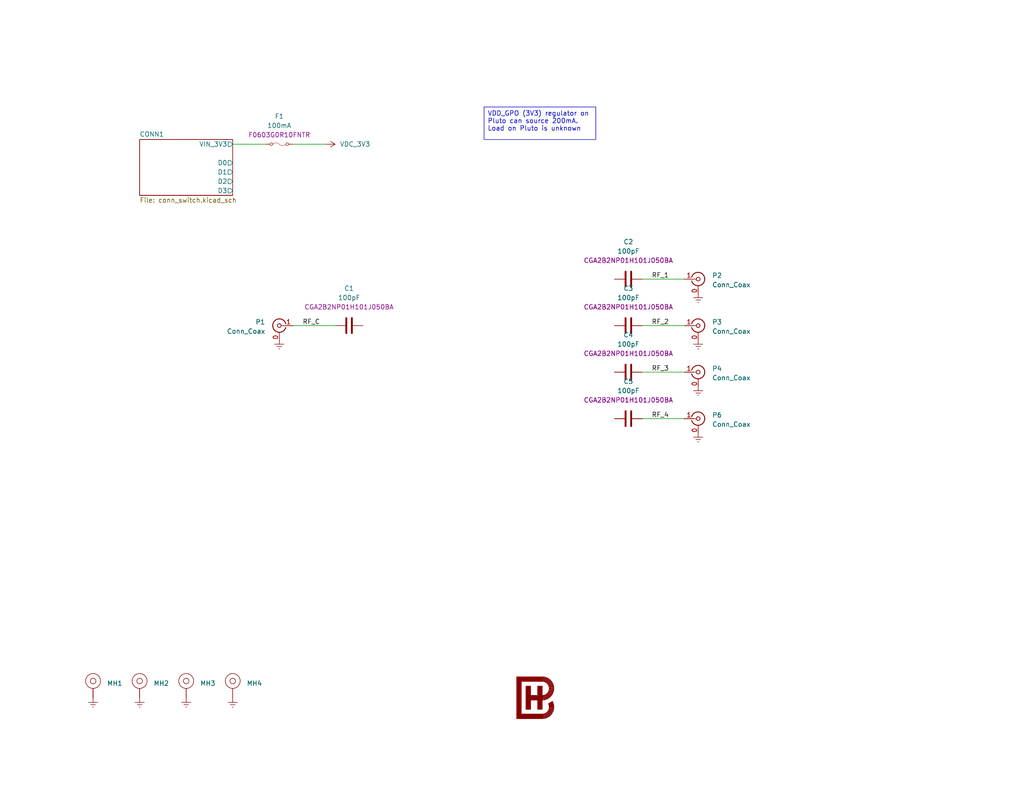
<source format=kicad_sch>
(kicad_sch (version 20231120) (generator "eeschema") (generator_version "8.0")
  (paper "A")
  (title_block (title "${PROJECT_NAME}") (date "2025-04-13") (rev "${PCB_REVISION}") (company "BRENDANHAINES.COM"))
  (lib_symbols
    (symbol "bh:C" (pin_numbers hide) (pin_names (offset 0.254))
      (property "Reference" "C" (at 0.635 2.54 0))
      (property "Value" "C" (at 0.635 -2.54 0))
      (symbol "C_0_1"
        (polyline (pts (xy -2.032 -0.762) (xy 2.032 -0.762)) (stroke (width 0.508)))
        (polyline (pts (xy -2.032 0.762) (xy 2.032 0.762)) (stroke (width 0.508)))
      )
      (symbol "C_1_1"
        (pin passive line (at 0 3.81 270) (length 2.794) (name "~") (number "1"))
        (pin passive line (at 0 -3.81 90) (length 2.794) (name "~") (number "2"))
      )
    )
    (symbol "bh:Conn_Coax" (pin_names hide) (exclude_from_sim yes)
      (property "Reference" "P" (at 0 3.81 0))
      (property "Value" "Conn_Coax" (at 0 3.81 0))
      (symbol "Conn_Coax_0_1"
        (arc (start -1.778 -0.508) (mid 0.2311 -1.8066) (end 1.778 0) (stroke (width 0.254)))
        (polyline (pts (xy -1.27 0) (xy -0.508 0)))
        (polyline (pts (xy 0 -2.54) (xy 0 -1.778)))
        (circle (center 0 0) (radius 0.508) (stroke (width 0.2032)))
        (arc (start 1.778 0) (mid 0.2233 1.8169) (end -1.778 0.508) (stroke (width 0.254)))
      )
      (symbol "Conn_Coax_1_1"
        (pin passive line (at 0 -3.81 90) (length 1.27) (name "Ext") (number "0"))
        (pin passive line (at -3.81 0 0) (length 2.54) (name "In") (number "1"))
      )
    )
    (symbol "bh:Fuse" (pin_numbers hide) (pin_names hide)
      (property "Reference" "F" (at 2.54 2.54 0))
      (property "Value" "Fuse" (at 3.81 0 0))
      (symbol "Fuse_0_1"
        (circle (center 0 -2.159) (radius 0.381) (stroke (width 0.127)))
        (arc (start 0 0) (mid -0.3683 -0.889) (end 0 -1.778) (stroke (width 0.0508)))
        (arc (start 0 0) (mid 0.3683 0.889) (end 0 1.778) (stroke (width 0.0508)))
        (circle (center 0 2.159) (radius 0.381) (stroke (width 0.127)))
      )
      (symbol "Fuse_1_1"
        (pin passive line (at 0 3.81 270) (length 1.27) (name "~") (number "1"))
        (pin passive line (at 0 -3.81 90) (length 1.27) (name "~") (number "2"))
      )
    )
    (symbol "bh:GND" (power) (pin_names (offset 0))
      (symbol "GND_0_1"
        (polyline (pts (xy -0.635 -1.905) (xy 0.635 -1.905)))
        (polyline (pts (xy -0.127 -2.54) (xy 0.127 -2.54)))
        (polyline (pts (xy 0 -1.27) (xy 0 0)))
        (polyline (pts (xy 1.27 -1.27) (xy -1.27 -1.27)))
      )
      (symbol "GND_1_1"
        (pin power_in line (at 0 0 90) (length 0) hide (name "GND") (number "1"))
      )
    )
    (symbol "bh:LOGO_BH" (in_bom no)
      (symbol "LOGO_BH_0_1"
        (rectangle (start -5.08 -4.445) (end 1.905 -5.715) (fill (type outline)))
        (rectangle (start -5.08 4.445) (end -3.81 -4.445) (fill (type outline)))
        (rectangle (start -5.08 5.715) (end 1.905 4.445) (fill (type outline)))
        (rectangle (start -2.54 3.175) (end -1.27 -3.175) (fill (type outline)))
        (rectangle (start -1.27 0.635) (end 0.635 -0.635) (fill (type outline)))
        (polyline (pts (xy 1.905 0.635) (xy 1.905 -0.635)))
        (polyline (pts (xy 3.7084 -1.8542) (xy 3.7084 -1.6002)))
        (polyline (pts (xy 4.6482 -0.9906) (xy 4.572 -1.1684)))
        (polyline (pts (xy 4.7244 -1.1176) (xy 4.4704 -1.1684)))
        (polyline (pts (xy 4.8006 -1.2446) (xy 4.2418 -1.2954)))
        (polyline (pts (xy 4.8514 -1.3716) (xy 4.064 -1.4224)))
        (polyline (pts (xy 4.953 -2.54) (xy 4.9022 -1.778)))
        (polyline (pts (xy 3.81 -2.54) (xy 3.81 -2.3622) (xy 3.7846 -2.2098) (xy 3.7338 -2.032) (xy 3.683 -1.8796) (xy 3.6322 -1.7272) (xy 3.5814 -1.6002) (xy 3.7338 -1.524) (xy 3.8862 -1.4478) (xy 4.1148 -1.3208) (xy 4.2926 -1.2192) (xy 4.4704 -1.0922) (xy 4.6482 -0.9652) (xy 4.7498 -1.143) (xy 4.8514 -1.3462) (xy 4.9276 -1.5748) (xy 4.9784 -1.778) (xy 5.0292 -1.9812) (xy 5.0546 -2.1844) (xy 5.08 -2.54)))
        (rectangle (start 0.635 3.175) (end 1.905 -3.175) (fill (type outline)))
        (arc (start 1.905 -5.715) (mid 4.1501 -4.7851) (end 5.08 -2.54))
        (arc (start 1.905 -5.588) (mid 4.0603 -4.6953) (end 4.953 -2.54))
        (arc (start 1.905 -5.461) (mid 3.9705 -4.6055) (end 4.826 -2.54))
        (arc (start 1.905 -5.334) (mid 3.8807 -4.5157) (end 4.699 -2.54))
        (arc (start 1.905 -5.207) (mid 3.7909 -4.4259) (end 4.572 -2.54))
        (arc (start 1.905 -5.08) (mid 3.7011 -4.3361) (end 4.445 -2.54))
        (arc (start 1.905 -4.953) (mid 3.6112 -4.2462) (end 4.318 -2.54))
        (arc (start 1.905 -4.826) (mid 3.5214 -4.1564) (end 4.191 -2.54))
        (arc (start 1.905 -4.699) (mid 3.4316 -4.0666) (end 4.064 -2.54))
        (arc (start 1.905 -4.572) (mid 3.3418 -3.9768) (end 3.937 -2.54))
        (arc (start 1.905 -4.445) (mid 3.252 -3.887) (end 3.81 -2.54))
        (arc (start 1.905 -0.635) (mid 4.1501 0.2949) (end 5.08 2.54))
        (arc (start 1.905 -0.508) (mid 4.0603 0.3847) (end 4.953 2.54))
        (arc (start 1.905 -0.381) (mid 3.9705 0.4745) (end 4.826 2.54))
        (arc (start 1.905 -0.254) (mid 3.8807 0.5643) (end 4.699 2.54))
        (arc (start 1.905 -0.127) (mid 3.7909 0.6541) (end 4.572 2.54))
        (arc (start 1.905 0) (mid 3.7011 0.7439) (end 4.445 2.54))
        (arc (start 1.905 0.127) (mid 3.6112 0.8338) (end 4.318 2.54))
        (arc (start 1.905 0.254) (mid 3.5214 0.9236) (end 4.191 2.54))
        (arc (start 1.905 0.381) (mid 3.4316 1.0134) (end 4.064 2.54))
        (arc (start 1.905 0.508) (mid 3.3418 1.1032) (end 3.937 2.54))
        (arc (start 1.905 0.635) (mid 3.252 1.193) (end 3.81 2.54))
        (rectangle (start 3.81 -1.524) (end 4.826 -2.54) (fill (type outline)))
        (arc (start 3.81 2.54) (mid 3.252 3.887) (end 1.905 4.445))
        (arc (start 3.937 2.54) (mid 3.3418 3.9768) (end 1.905 4.572))
        (arc (start 4.064 2.54) (mid 3.4316 4.0666) (end 1.905 4.699))
        (arc (start 4.191 2.54) (mid 3.5214 4.1564) (end 1.905 4.826))
        (arc (start 4.318 2.54) (mid 3.6112 4.2462) (end 1.905 4.953))
        (arc (start 4.445 2.54) (mid 3.7011 4.3361) (end 1.905 5.08))
        (arc (start 4.572 2.54) (mid 3.7909 4.4259) (end 1.905 5.207))
        (arc (start 4.699 2.54) (mid 3.8807 4.5157) (end 1.905 5.334))
        (arc (start 4.826 2.54) (mid 3.9705 4.6055) (end 1.905 5.461))
        (arc (start 4.953 2.54) (mid 4.0603 4.6953) (end 1.905 5.588))
        (arc (start 5.08 2.54) (mid 4.1501 4.7851) (end 1.905 5.715))
      )
    )
    (symbol "bh:Mounting_Hole" (pin_numbers hide) (pin_names (offset 0.762) hide)
      (property "Reference" "MH" (at 0 7.62 0))
      (symbol "Mounting_Hole_0_1"
        (circle (center 0 4.572) (radius 0.762))
        (circle (center 0 4.572) (radius 2.032))
      )
      (symbol "Mounting_Hole_1_1"
        (pin passive line (at 0 0 90) (length 2.54) (name "1") (number "1"))
      )
    )
    (symbol "bh:VDC_3V3" (power) (pin_names (offset 0))
      (property "Value" "VDC_3V3" (at 0 3.556 0))
      (symbol "VDC_3V3_0_1"
        (polyline (pts (xy -0.762 1.27) (xy 0 2.54)))
        (polyline (pts (xy 0 0) (xy 0 2.54)))
        (polyline (pts (xy 0 2.54) (xy 0.762 1.27)))
      )
      (symbol "VDC_3V3_1_1"
        (pin power_in line (at 0 0 90) (length 0) hide (name "VDC_3V3") (number "1"))
      )
    )
  )
  (wire (pts (xy 175.26 114.3) (xy 186.69 114.3)))
  (wire (pts (xy 175.26 76.2) (xy 186.69 76.2)))
  (wire (pts (xy 175.26 88.9) (xy 186.69 88.9)))
  (wire (pts (xy 91.44 88.9) (xy 80.01 88.9)))
  (wire (pts (xy 175.26 101.6) (xy 186.69 101.6)))
  (wire (pts (xy 80.01 39.37) (xy 88.9 39.37)))
  (wire (pts (xy 63.5 39.37) (xy 72.39 39.37)))
  (text_box "VDD_GPO (3V3) regulator on Pluto can source 200mA. Load on Pluto is unknown" (at 132.08 29.21 0) (size 30.48 8.89) (effects (font (size 1.27 1.27) (thickness 0.1588)) (justify left top)))
  (label "RF_4" (at 177.8 114.3 0))
  (label "RF_1" (at 177.8 76.2 0))
  (label "RF_C" (at 82.55 88.9 0))
  (label "RF_3" (at 177.8 101.6 0))
  (label "RF_2" (at 177.8 88.9 0))
  (symbol (lib_id "bh:C") (at 171.45 88.9 90) (unit 1)
    (property "Reference" "C3" (at 171.45 78.74 90))
    (property "Value" "100pF" (at 171.45 81.28 90))
    (property "Footprint" "common:C0402" (effects (hide yes)))
    (property "Description" "Capacitor" (effects (hide yes)))
    (property "Manufacturer" "TDK" (effects (hide yes)))
    (property "ManufacturerPartNumber" "CGA2B2NP01H101J050BA" (at 171.45 83.82 90))
    (property "FieldName" "Value" (effects (hide yes)))
    (property "Sim.Device" "C" (effects (hide yes)))
    (property "Sim.Pins" "1=+ 2=-" (effects (hide yes)))
  )
  (symbol (lib_id "bh:C") (at 171.45 101.6 90) (unit 1)
    (property "Reference" "C4" (at 171.45 91.44 90))
    (property "Value" "100pF" (at 171.45 93.98 90))
    (property "Footprint" "common:C0402" (effects (hide yes)))
    (property "Description" "Capacitor" (effects (hide yes)))
    (property "Manufacturer" "TDK" (effects (hide yes)))
    (property "ManufacturerPartNumber" "CGA2B2NP01H101J050BA" (at 171.45 96.52 90))
    (property "FieldName" "Value" (effects (hide yes)))
    (property "Sim.Device" "C" (effects (hide yes)))
    (property "Sim.Pins" "1=+ 2=-" (effects (hide yes)))
  )
  (symbol (lib_id "bh:LOGO_BH") (at 146.05 190.5 0) (unit 1) (in_bom no)
    (property "Reference" "LOGO1" (effects (hide yes)))
    (property "Value" "~" (at 146.685 189.865 0))
    (property "Footprint" "common:LOGO_BH" (effects (hide yes)))
  )
  (symbol (lib_id "bh:C") (at 171.45 76.2 90) (unit 1)
    (property "Reference" "C2" (at 171.45 66.04 90))
    (property "Value" "100pF" (at 171.45 68.58 90))
    (property "Footprint" "common:C0402" (effects (hide yes)))
    (property "Description" "Capacitor" (effects (hide yes)))
    (property "Manufacturer" "TDK" (effects (hide yes)))
    (property "ManufacturerPartNumber" "CGA2B2NP01H101J050BA" (at 171.45 71.12 90))
    (property "FieldName" "Value" (effects (hide yes)))
    (property "Sim.Device" "C" (effects (hide yes)))
    (property "Sim.Pins" "1=+ 2=-" (effects (hide yes)))
  )
  (symbol (lib_id "bh:Mounting_Hole") (at 63.5 190.5 0) (unit 1)
    (property "Reference" "MH4" (at 67.31 186.563 0) (effects (justify left)))
    (property "Value" "Mounting_Hole" (effects (hide yes)))
    (property "Footprint" "common:MH120X230_#4" (effects (hide yes)))
  )
  (symbol (lib_id "bh:GND") (at 38.1 190.5 0) (unit 1)
    (property "Reference" "#PWR02" (effects (hide yes)))
    (property "Value" "GND" (effects (hide yes)))
  )
  (symbol (lib_id "bh:C") (at 95.25 88.9 90) (unit 1)
    (property "Reference" "C1" (at 95.25 78.74 90))
    (property "Value" "100pF" (at 95.25 81.28 90))
    (property "Footprint" "common:C0402" (effects (hide yes)))
    (property "Description" "Capacitor" (effects (hide yes)))
    (property "Manufacturer" "TDK" (effects (hide yes)))
    (property "ManufacturerPartNumber" "CGA2B2NP01H101J050BA" (at 95.25 83.82 90))
    (property "FieldName" "Value" (effects (hide yes)))
    (property "Sim.Device" "C" (effects (hide yes)))
    (property "Sim.Pins" "1=+ 2=-" (effects (hide yes)))
  )
  (symbol (lib_id "bh:GND") (at 190.5 105.41 0) (unit 1)
    (property "Reference" "#PWR09" (effects (hide yes)))
    (property "Value" "GND" (effects (hide yes)))
    (property "Description" "Power Symbol" (effects (hide yes)))
  )
  (symbol (lib_id "bh:GND") (at 190.5 80.01 0) (unit 1)
    (property "Reference" "#PWR07" (effects (hide yes)))
    (property "Value" "GND" (effects (hide yes)))
    (property "Description" "Power Symbol" (effects (hide yes)))
  )
  (symbol (lib_id "bh:GND") (at 25.4 190.5 0) (unit 1)
    (property "Reference" "#PWR01" (effects (hide yes)))
    (property "Value" "GND" (effects (hide yes)))
  )
  (symbol (lib_id "bh:Mounting_Hole") (at 50.8 190.5 0) (unit 1)
    (property "Reference" "MH3" (at 54.61 186.563 0) (effects (justify left)))
    (property "Value" "Mounting_Hole" (effects (hide yes)))
    (property "Footprint" "common:MH120X230_#4" (effects (hide yes)))
  )
  (symbol (lib_id "bh:GND") (at 190.5 92.71 0) (unit 1)
    (property "Reference" "#PWR08" (effects (hide yes)))
    (property "Value" "GND" (effects (hide yes)))
    (property "Description" "Power Symbol" (effects (hide yes)))
  )
  (symbol (lib_id "bh:GND") (at 190.5 118.11 0) (unit 1)
    (property "Reference" "#PWR010" (effects (hide yes)))
    (property "Value" "GND" (effects (hide yes)))
    (property "Description" "Power Symbol" (effects (hide yes)))
  )
  (symbol (lib_id "bh:Conn_Coax") (at 190.5 101.6 0) (unit 1) (exclude_from_sim yes)
    (property "Reference" "P4" (at 194.31 100.6188 0) (effects (justify left)))
    (property "Value" "Conn_Coax" (at 194.31 103.1588 0) (effects (justify left)))
    (property "Footprint" "common:CONN_SuperSMA_Amphenol_901-10510-2" (effects (hide yes)))
    (property "Description" "Connector, Coax" (effects (hide yes)))
  )
  (symbol (lib_id "bh:Mounting_Hole") (at 25.4 190.5 0) (unit 1)
    (property "Reference" "MH1" (at 29.21 186.563 0) (effects (justify left)))
    (property "Value" "Mounting_Hole" (effects (hide yes)))
    (property "Footprint" "common:MH120X230_#4" (effects (hide yes)))
  )
  (symbol (lib_id "bh:C") (at 171.45 114.3 90) (unit 1)
    (property "Reference" "C5" (at 171.45 104.14 90))
    (property "Value" "100pF" (at 171.45 106.68 90))
    (property "Footprint" "common:C0402" (effects (hide yes)))
    (property "Description" "Capacitor" (effects (hide yes)))
    (property "Manufacturer" "TDK" (effects (hide yes)))
    (property "ManufacturerPartNumber" "CGA2B2NP01H101J050BA" (at 171.45 109.22 90))
    (property "FieldName" "Value" (effects (hide yes)))
    (property "Sim.Device" "C" (effects (hide yes)))
    (property "Sim.Pins" "1=+ 2=-" (effects (hide yes)))
  )
  (symbol (lib_id "bh:VDC_3V3") (at 88.9 39.37 270) (unit 1)
    (property "Reference" "#PWR05" (effects (hide yes)))
    (property "Value" "VDC_3V3" (at 92.71 39.3699 90) (effects (justify left)))
    (property "Description" "Power Symbol" (effects (hide yes)))
  )
  (symbol (lib_id "bh:Conn_Coax") (at 190.5 114.3 0) (unit 1) (exclude_from_sim yes)
    (property "Reference" "P6" (at 194.31 113.3188 0) (effects (justify left)))
    (property "Value" "Conn_Coax" (at 194.31 115.8588 0) (effects (justify left)))
    (property "Footprint" "common:CONN_SuperSMA_Amphenol_901-10510-2" (effects (hide yes)))
    (property "Description" "Connector, Coax" (effects (hide yes)))
  )
  (symbol (lib_id "bh:Fuse") (at 76.2 39.37 90) (unit 1)
    (property "Reference" "F1" (at 76.2 31.75 90))
    (property "Value" "100mA" (at 76.2 34.29 90))
    (property "Footprint" "common:R0603" (effects (hide yes)))
    (property "Description" "Fuse" (effects (hide yes)))
    (property "Manufacturer" "KYOCERA AVX" (effects (hide yes)))
    (property "ManufacturerPartNumber" "F0603G0R10FNTR" (at 76.2 36.83 90))
  )
  (symbol (lib_id "bh:Conn_Coax") (at 190.5 76.2 0) (unit 1) (exclude_from_sim yes)
    (property "Reference" "P2" (at 194.31 75.2188 0) (effects (justify left)))
    (property "Value" "Conn_Coax" (at 194.31 77.7588 0) (effects (justify left)))
    (property "Footprint" "common:CONN_SuperSMA_Amphenol_901-10510-2" (effects (hide yes)))
    (property "Description" "Connector, Coax" (effects (hide yes)))
  )
  (symbol (lib_id "bh:GND") (at 63.5 190.5 0) (unit 1)
    (property "Reference" "#PWR04" (effects (hide yes)))
    (property "Value" "GND" (effects (hide yes)))
  )
  (symbol (lib_id "bh:GND") (at 76.2 92.71 0) (mirror y) (unit 1)
    (property "Reference" "#PWR06" (effects (hide yes)))
    (property "Value" "GND" (effects (hide yes)))
    (property "Description" "Power Symbol" (effects (hide yes)))
  )
  (symbol (lib_id "bh:Conn_Coax") (at 76.2 88.9 0) (mirror y) (unit 1) (exclude_from_sim yes)
    (property "Reference" "P1" (at 72.39 87.9188 0) (effects (justify left)))
    (property "Value" "Conn_Coax" (at 72.39 90.4588 0) (effects (justify left)))
    (property "Footprint" "common:CONN_SuperSMA_Amphenol_901-10510-2" (effects (hide yes)))
    (property "Description" "Connector, Coax" (effects (hide yes)))
  )
  (symbol (lib_id "bh:GND") (at 50.8 190.5 0) (unit 1)
    (property "Reference" "#PWR03" (effects (hide yes)))
    (property "Value" "GND" (effects (hide yes)))
  )
  (symbol (lib_id "bh:Mounting_Hole") (at 38.1 190.5 0) (unit 1)
    (property "Reference" "MH2" (at 41.91 186.563 0) (effects (justify left)))
    (property "Value" "Mounting_Hole" (effects (hide yes)))
    (property "Footprint" "common:MH120X230_#4" (effects (hide yes)))
  )
  (symbol (lib_id "bh:Conn_Coax") (at 190.5 88.9 0) (unit 1) (exclude_from_sim yes)
    (property "Reference" "P3" (at 194.31 87.9188 0) (effects (justify left)))
    (property "Value" "Conn_Coax" (at 194.31 90.4588 0) (effects (justify left)))
    (property "Footprint" "common:CONN_SuperSMA_Amphenol_901-10510-2" (effects (hide yes)))
    (property "Description" "Connector, Coax" (effects (hide yes)))
  )
  (sheet (at 38.1 38.1) (size 25.4 15.24) (stroke (width 0.1524))
    (property "Sheetname" "CONN1" (at 38.1 37.3884 0) (effects (justify left bottom)))
    (property "Sheetfile" "conn_switch.kicad_sch" (at 38.1 53.9246 0) (effects (justify left top)))
    (pin "D0" output (at 63.5 44.45 0))
    (pin "D1" output (at 63.5 46.99 0))
    (pin "D2" output (at 63.5 49.53 0))
    (pin "D3" output (at 63.5 52.07 0))
    (pin "VIN_3V3" output (at 63.5 39.37 0))
  )
)
</source>
